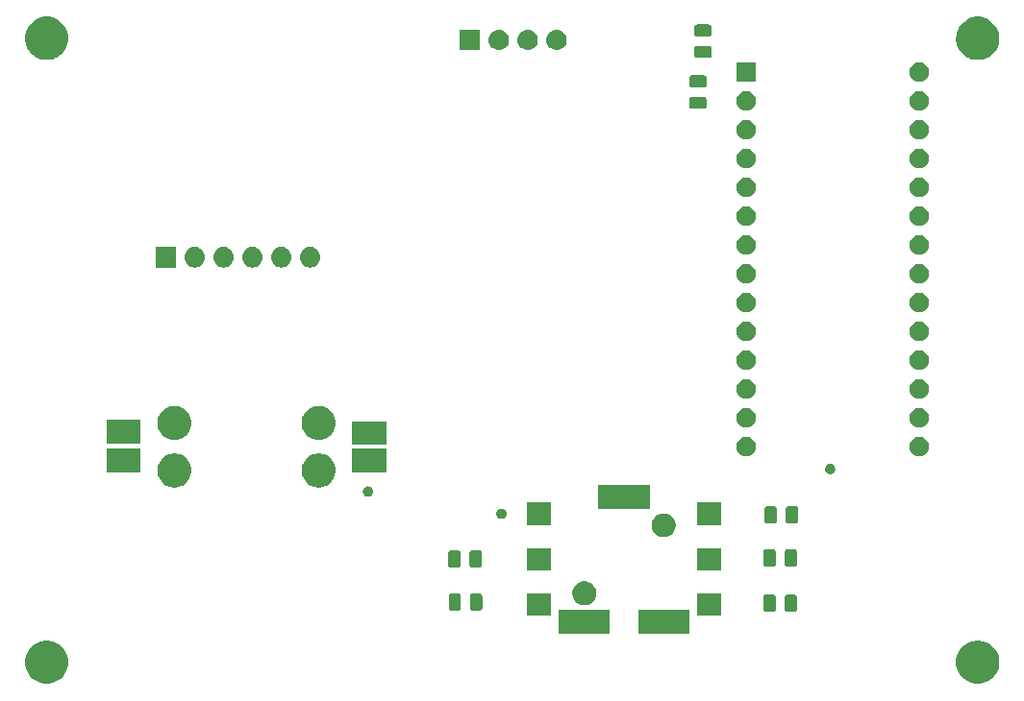
<source format=gbr>
G04 #@! TF.GenerationSoftware,KiCad,Pcbnew,(5.1.4-0)*
G04 #@! TF.CreationDate,2020-03-10T11:39:59-04:00*
G04 #@! TF.ProjectId,joystick,6a6f7973-7469-4636-9b2e-6b696361645f,rev?*
G04 #@! TF.SameCoordinates,Original*
G04 #@! TF.FileFunction,Soldermask,Top*
G04 #@! TF.FilePolarity,Negative*
%FSLAX46Y46*%
G04 Gerber Fmt 4.6, Leading zero omitted, Abs format (unit mm)*
G04 Created by KiCad (PCBNEW (5.1.4-0)) date 2020-03-10 11:39:59*
%MOMM*%
%LPD*%
G04 APERTURE LIST*
%ADD10C,0.100000*%
G04 APERTURE END LIST*
D10*
G36*
X166370866Y-120135527D02*
G01*
X166554501Y-120172054D01*
X166900461Y-120315356D01*
X167211817Y-120523397D01*
X167476603Y-120788183D01*
X167684644Y-121099539D01*
X167827946Y-121445499D01*
X167901000Y-121812768D01*
X167901000Y-122187232D01*
X167827946Y-122554501D01*
X167684644Y-122900461D01*
X167476603Y-123211817D01*
X167211817Y-123476603D01*
X166900461Y-123684644D01*
X166554501Y-123827946D01*
X166187233Y-123901000D01*
X165812767Y-123901000D01*
X165445499Y-123827946D01*
X165099539Y-123684644D01*
X164788183Y-123476603D01*
X164523397Y-123211817D01*
X164315356Y-122900461D01*
X164172054Y-122554501D01*
X164099000Y-122187232D01*
X164099000Y-121812768D01*
X164172054Y-121445499D01*
X164315356Y-121099539D01*
X164523397Y-120788183D01*
X164788183Y-120523397D01*
X165099539Y-120315356D01*
X165445499Y-120172054D01*
X165629134Y-120135527D01*
X165812767Y-120099000D01*
X166187233Y-120099000D01*
X166370866Y-120135527D01*
X166370866Y-120135527D01*
G37*
G36*
X84370866Y-120135527D02*
G01*
X84554501Y-120172054D01*
X84900461Y-120315356D01*
X85211817Y-120523397D01*
X85476603Y-120788183D01*
X85684644Y-121099539D01*
X85827946Y-121445499D01*
X85901000Y-121812768D01*
X85901000Y-122187232D01*
X85827946Y-122554501D01*
X85684644Y-122900461D01*
X85476603Y-123211817D01*
X85211817Y-123476603D01*
X84900461Y-123684644D01*
X84554501Y-123827946D01*
X84187233Y-123901000D01*
X83812767Y-123901000D01*
X83445499Y-123827946D01*
X83099539Y-123684644D01*
X82788183Y-123476603D01*
X82523397Y-123211817D01*
X82315356Y-122900461D01*
X82172054Y-122554501D01*
X82099000Y-122187232D01*
X82099000Y-121812768D01*
X82172054Y-121445499D01*
X82315356Y-121099539D01*
X82523397Y-120788183D01*
X82788183Y-120523397D01*
X83099539Y-120315356D01*
X83445499Y-120172054D01*
X83629134Y-120135527D01*
X83812767Y-120099000D01*
X84187233Y-120099000D01*
X84370866Y-120135527D01*
X84370866Y-120135527D01*
G37*
G36*
X140601000Y-119511000D02*
G01*
X136099000Y-119511000D01*
X136099000Y-117409000D01*
X140601000Y-117409000D01*
X140601000Y-119511000D01*
X140601000Y-119511000D01*
G37*
G36*
X133601000Y-119511000D02*
G01*
X129099000Y-119511000D01*
X129099000Y-117409000D01*
X133601000Y-117409000D01*
X133601000Y-119511000D01*
X133601000Y-119511000D01*
G37*
G36*
X143401000Y-117931000D02*
G01*
X141299000Y-117931000D01*
X141299000Y-115929000D01*
X143401000Y-115929000D01*
X143401000Y-117931000D01*
X143401000Y-117931000D01*
G37*
G36*
X128401000Y-117931000D02*
G01*
X126299000Y-117931000D01*
X126299000Y-115929000D01*
X128401000Y-115929000D01*
X128401000Y-117931000D01*
X128401000Y-117931000D01*
G37*
G36*
X148034468Y-116053565D02*
G01*
X148073138Y-116065296D01*
X148108777Y-116084346D01*
X148140017Y-116109983D01*
X148165654Y-116141223D01*
X148184704Y-116176862D01*
X148196435Y-116215532D01*
X148201000Y-116261888D01*
X148201000Y-117338112D01*
X148196435Y-117384468D01*
X148184704Y-117423138D01*
X148165654Y-117458777D01*
X148140017Y-117490017D01*
X148108777Y-117515654D01*
X148073138Y-117534704D01*
X148034468Y-117546435D01*
X147988112Y-117551000D01*
X147336888Y-117551000D01*
X147290532Y-117546435D01*
X147251862Y-117534704D01*
X147216223Y-117515654D01*
X147184983Y-117490017D01*
X147159346Y-117458777D01*
X147140296Y-117423138D01*
X147128565Y-117384468D01*
X147124000Y-117338112D01*
X147124000Y-116261888D01*
X147128565Y-116215532D01*
X147140296Y-116176862D01*
X147159346Y-116141223D01*
X147184983Y-116109983D01*
X147216223Y-116084346D01*
X147251862Y-116065296D01*
X147290532Y-116053565D01*
X147336888Y-116049000D01*
X147988112Y-116049000D01*
X148034468Y-116053565D01*
X148034468Y-116053565D01*
G37*
G36*
X149909468Y-116053565D02*
G01*
X149948138Y-116065296D01*
X149983777Y-116084346D01*
X150015017Y-116109983D01*
X150040654Y-116141223D01*
X150059704Y-116176862D01*
X150071435Y-116215532D01*
X150076000Y-116261888D01*
X150076000Y-117338112D01*
X150071435Y-117384468D01*
X150059704Y-117423138D01*
X150040654Y-117458777D01*
X150015017Y-117490017D01*
X149983777Y-117515654D01*
X149948138Y-117534704D01*
X149909468Y-117546435D01*
X149863112Y-117551000D01*
X149211888Y-117551000D01*
X149165532Y-117546435D01*
X149126862Y-117534704D01*
X149091223Y-117515654D01*
X149059983Y-117490017D01*
X149034346Y-117458777D01*
X149015296Y-117423138D01*
X149003565Y-117384468D01*
X148999000Y-117338112D01*
X148999000Y-116261888D01*
X149003565Y-116215532D01*
X149015296Y-116176862D01*
X149034346Y-116141223D01*
X149059983Y-116109983D01*
X149091223Y-116084346D01*
X149126862Y-116065296D01*
X149165532Y-116053565D01*
X149211888Y-116049000D01*
X149863112Y-116049000D01*
X149909468Y-116053565D01*
X149909468Y-116053565D01*
G37*
G36*
X120321968Y-115953565D02*
G01*
X120360638Y-115965296D01*
X120396277Y-115984346D01*
X120427517Y-116009983D01*
X120453154Y-116041223D01*
X120472204Y-116076862D01*
X120483935Y-116115532D01*
X120488500Y-116161888D01*
X120488500Y-117238112D01*
X120483935Y-117284468D01*
X120472204Y-117323138D01*
X120453154Y-117358777D01*
X120427517Y-117390017D01*
X120396277Y-117415654D01*
X120360638Y-117434704D01*
X120321968Y-117446435D01*
X120275612Y-117451000D01*
X119624388Y-117451000D01*
X119578032Y-117446435D01*
X119539362Y-117434704D01*
X119503723Y-117415654D01*
X119472483Y-117390017D01*
X119446846Y-117358777D01*
X119427796Y-117323138D01*
X119416065Y-117284468D01*
X119411500Y-117238112D01*
X119411500Y-116161888D01*
X119416065Y-116115532D01*
X119427796Y-116076862D01*
X119446846Y-116041223D01*
X119472483Y-116009983D01*
X119503723Y-115984346D01*
X119539362Y-115965296D01*
X119578032Y-115953565D01*
X119624388Y-115949000D01*
X120275612Y-115949000D01*
X120321968Y-115953565D01*
X120321968Y-115953565D01*
G37*
G36*
X122196968Y-115953565D02*
G01*
X122235638Y-115965296D01*
X122271277Y-115984346D01*
X122302517Y-116009983D01*
X122328154Y-116041223D01*
X122347204Y-116076862D01*
X122358935Y-116115532D01*
X122363500Y-116161888D01*
X122363500Y-117238112D01*
X122358935Y-117284468D01*
X122347204Y-117323138D01*
X122328154Y-117358777D01*
X122302517Y-117390017D01*
X122271277Y-117415654D01*
X122235638Y-117434704D01*
X122196968Y-117446435D01*
X122150612Y-117451000D01*
X121499388Y-117451000D01*
X121453032Y-117446435D01*
X121414362Y-117434704D01*
X121378723Y-117415654D01*
X121347483Y-117390017D01*
X121321846Y-117358777D01*
X121302796Y-117323138D01*
X121291065Y-117284468D01*
X121286500Y-117238112D01*
X121286500Y-116161888D01*
X121291065Y-116115532D01*
X121302796Y-116076862D01*
X121321846Y-116041223D01*
X121347483Y-116009983D01*
X121378723Y-115984346D01*
X121414362Y-115965296D01*
X121453032Y-115953565D01*
X121499388Y-115949000D01*
X122150612Y-115949000D01*
X122196968Y-115953565D01*
X122196968Y-115953565D01*
G37*
G36*
X131656564Y-114919389D02*
G01*
X131847833Y-114998615D01*
X131847835Y-114998616D01*
X132019973Y-115113635D01*
X132166365Y-115260027D01*
X132281385Y-115432167D01*
X132360611Y-115623436D01*
X132401000Y-115826484D01*
X132401000Y-116033516D01*
X132360611Y-116236564D01*
X132281385Y-116427833D01*
X132281384Y-116427835D01*
X132166365Y-116599973D01*
X132019973Y-116746365D01*
X131847835Y-116861384D01*
X131847834Y-116861385D01*
X131847833Y-116861385D01*
X131656564Y-116940611D01*
X131453516Y-116981000D01*
X131246484Y-116981000D01*
X131043436Y-116940611D01*
X130852167Y-116861385D01*
X130852166Y-116861385D01*
X130852165Y-116861384D01*
X130680027Y-116746365D01*
X130533635Y-116599973D01*
X130418616Y-116427835D01*
X130418615Y-116427833D01*
X130339389Y-116236564D01*
X130299000Y-116033516D01*
X130299000Y-115826484D01*
X130339389Y-115623436D01*
X130418615Y-115432167D01*
X130533635Y-115260027D01*
X130680027Y-115113635D01*
X130852165Y-114998616D01*
X130852167Y-114998615D01*
X131043436Y-114919389D01*
X131246484Y-114879000D01*
X131453516Y-114879000D01*
X131656564Y-114919389D01*
X131656564Y-114919389D01*
G37*
G36*
X128401000Y-113931000D02*
G01*
X126299000Y-113931000D01*
X126299000Y-111929000D01*
X128401000Y-111929000D01*
X128401000Y-113931000D01*
X128401000Y-113931000D01*
G37*
G36*
X143401000Y-113931000D02*
G01*
X141299000Y-113931000D01*
X141299000Y-111929000D01*
X143401000Y-111929000D01*
X143401000Y-113931000D01*
X143401000Y-113931000D01*
G37*
G36*
X122159468Y-112153565D02*
G01*
X122198138Y-112165296D01*
X122233777Y-112184346D01*
X122265017Y-112209983D01*
X122290654Y-112241223D01*
X122309704Y-112276862D01*
X122321435Y-112315532D01*
X122326000Y-112361888D01*
X122326000Y-113438112D01*
X122321435Y-113484468D01*
X122309704Y-113523138D01*
X122290654Y-113558777D01*
X122265017Y-113590017D01*
X122233777Y-113615654D01*
X122198138Y-113634704D01*
X122159468Y-113646435D01*
X122113112Y-113651000D01*
X121461888Y-113651000D01*
X121415532Y-113646435D01*
X121376862Y-113634704D01*
X121341223Y-113615654D01*
X121309983Y-113590017D01*
X121284346Y-113558777D01*
X121265296Y-113523138D01*
X121253565Y-113484468D01*
X121249000Y-113438112D01*
X121249000Y-112361888D01*
X121253565Y-112315532D01*
X121265296Y-112276862D01*
X121284346Y-112241223D01*
X121309983Y-112209983D01*
X121341223Y-112184346D01*
X121376862Y-112165296D01*
X121415532Y-112153565D01*
X121461888Y-112149000D01*
X122113112Y-112149000D01*
X122159468Y-112153565D01*
X122159468Y-112153565D01*
G37*
G36*
X120284468Y-112153565D02*
G01*
X120323138Y-112165296D01*
X120358777Y-112184346D01*
X120390017Y-112209983D01*
X120415654Y-112241223D01*
X120434704Y-112276862D01*
X120446435Y-112315532D01*
X120451000Y-112361888D01*
X120451000Y-113438112D01*
X120446435Y-113484468D01*
X120434704Y-113523138D01*
X120415654Y-113558777D01*
X120390017Y-113590017D01*
X120358777Y-113615654D01*
X120323138Y-113634704D01*
X120284468Y-113646435D01*
X120238112Y-113651000D01*
X119586888Y-113651000D01*
X119540532Y-113646435D01*
X119501862Y-113634704D01*
X119466223Y-113615654D01*
X119434983Y-113590017D01*
X119409346Y-113558777D01*
X119390296Y-113523138D01*
X119378565Y-113484468D01*
X119374000Y-113438112D01*
X119374000Y-112361888D01*
X119378565Y-112315532D01*
X119390296Y-112276862D01*
X119409346Y-112241223D01*
X119434983Y-112209983D01*
X119466223Y-112184346D01*
X119501862Y-112165296D01*
X119540532Y-112153565D01*
X119586888Y-112149000D01*
X120238112Y-112149000D01*
X120284468Y-112153565D01*
X120284468Y-112153565D01*
G37*
G36*
X149909468Y-112053565D02*
G01*
X149948138Y-112065296D01*
X149983777Y-112084346D01*
X150015017Y-112109983D01*
X150040654Y-112141223D01*
X150059704Y-112176862D01*
X150071435Y-112215532D01*
X150076000Y-112261888D01*
X150076000Y-113338112D01*
X150071435Y-113384468D01*
X150059704Y-113423138D01*
X150040654Y-113458777D01*
X150015017Y-113490017D01*
X149983777Y-113515654D01*
X149948138Y-113534704D01*
X149909468Y-113546435D01*
X149863112Y-113551000D01*
X149211888Y-113551000D01*
X149165532Y-113546435D01*
X149126862Y-113534704D01*
X149091223Y-113515654D01*
X149059983Y-113490017D01*
X149034346Y-113458777D01*
X149015296Y-113423138D01*
X149003565Y-113384468D01*
X148999000Y-113338112D01*
X148999000Y-112261888D01*
X149003565Y-112215532D01*
X149015296Y-112176862D01*
X149034346Y-112141223D01*
X149059983Y-112109983D01*
X149091223Y-112084346D01*
X149126862Y-112065296D01*
X149165532Y-112053565D01*
X149211888Y-112049000D01*
X149863112Y-112049000D01*
X149909468Y-112053565D01*
X149909468Y-112053565D01*
G37*
G36*
X148034468Y-112053565D02*
G01*
X148073138Y-112065296D01*
X148108777Y-112084346D01*
X148140017Y-112109983D01*
X148165654Y-112141223D01*
X148184704Y-112176862D01*
X148196435Y-112215532D01*
X148201000Y-112261888D01*
X148201000Y-113338112D01*
X148196435Y-113384468D01*
X148184704Y-113423138D01*
X148165654Y-113458777D01*
X148140017Y-113490017D01*
X148108777Y-113515654D01*
X148073138Y-113534704D01*
X148034468Y-113546435D01*
X147988112Y-113551000D01*
X147336888Y-113551000D01*
X147290532Y-113546435D01*
X147251862Y-113534704D01*
X147216223Y-113515654D01*
X147184983Y-113490017D01*
X147159346Y-113458777D01*
X147140296Y-113423138D01*
X147128565Y-113384468D01*
X147124000Y-113338112D01*
X147124000Y-112261888D01*
X147128565Y-112215532D01*
X147140296Y-112176862D01*
X147159346Y-112141223D01*
X147184983Y-112109983D01*
X147216223Y-112084346D01*
X147251862Y-112065296D01*
X147290532Y-112053565D01*
X147336888Y-112049000D01*
X147988112Y-112049000D01*
X148034468Y-112053565D01*
X148034468Y-112053565D01*
G37*
G36*
X138656564Y-108919389D02*
G01*
X138847833Y-108998615D01*
X138847835Y-108998616D01*
X138897127Y-109031552D01*
X139019973Y-109113635D01*
X139166365Y-109260027D01*
X139281385Y-109432167D01*
X139360611Y-109623436D01*
X139401000Y-109826484D01*
X139401000Y-110033516D01*
X139360611Y-110236564D01*
X139281385Y-110427833D01*
X139281384Y-110427835D01*
X139166365Y-110599973D01*
X139019973Y-110746365D01*
X138847835Y-110861384D01*
X138847834Y-110861385D01*
X138847833Y-110861385D01*
X138656564Y-110940611D01*
X138453516Y-110981000D01*
X138246484Y-110981000D01*
X138043436Y-110940611D01*
X137852167Y-110861385D01*
X137852166Y-110861385D01*
X137852165Y-110861384D01*
X137680027Y-110746365D01*
X137533635Y-110599973D01*
X137418616Y-110427835D01*
X137418615Y-110427833D01*
X137339389Y-110236564D01*
X137299000Y-110033516D01*
X137299000Y-109826484D01*
X137339389Y-109623436D01*
X137418615Y-109432167D01*
X137533635Y-109260027D01*
X137680027Y-109113635D01*
X137802873Y-109031552D01*
X137852165Y-108998616D01*
X137852167Y-108998615D01*
X138043436Y-108919389D01*
X138246484Y-108879000D01*
X138453516Y-108879000D01*
X138656564Y-108919389D01*
X138656564Y-108919389D01*
G37*
G36*
X143401000Y-109931000D02*
G01*
X141299000Y-109931000D01*
X141299000Y-107929000D01*
X143401000Y-107929000D01*
X143401000Y-109931000D01*
X143401000Y-109931000D01*
G37*
G36*
X128401000Y-109931000D02*
G01*
X126299000Y-109931000D01*
X126299000Y-107929000D01*
X128401000Y-107929000D01*
X128401000Y-109931000D01*
X128401000Y-109931000D01*
G37*
G36*
X150009468Y-108253565D02*
G01*
X150048138Y-108265296D01*
X150083777Y-108284346D01*
X150115017Y-108309983D01*
X150140654Y-108341223D01*
X150159704Y-108376862D01*
X150171435Y-108415532D01*
X150176000Y-108461888D01*
X150176000Y-109538112D01*
X150171435Y-109584468D01*
X150159704Y-109623138D01*
X150140654Y-109658777D01*
X150115017Y-109690017D01*
X150083777Y-109715654D01*
X150048138Y-109734704D01*
X150009468Y-109746435D01*
X149963112Y-109751000D01*
X149311888Y-109751000D01*
X149265532Y-109746435D01*
X149226862Y-109734704D01*
X149191223Y-109715654D01*
X149159983Y-109690017D01*
X149134346Y-109658777D01*
X149115296Y-109623138D01*
X149103565Y-109584468D01*
X149099000Y-109538112D01*
X149099000Y-108461888D01*
X149103565Y-108415532D01*
X149115296Y-108376862D01*
X149134346Y-108341223D01*
X149159983Y-108309983D01*
X149191223Y-108284346D01*
X149226862Y-108265296D01*
X149265532Y-108253565D01*
X149311888Y-108249000D01*
X149963112Y-108249000D01*
X150009468Y-108253565D01*
X150009468Y-108253565D01*
G37*
G36*
X148134468Y-108253565D02*
G01*
X148173138Y-108265296D01*
X148208777Y-108284346D01*
X148240017Y-108309983D01*
X148265654Y-108341223D01*
X148284704Y-108376862D01*
X148296435Y-108415532D01*
X148301000Y-108461888D01*
X148301000Y-109538112D01*
X148296435Y-109584468D01*
X148284704Y-109623138D01*
X148265654Y-109658777D01*
X148240017Y-109690017D01*
X148208777Y-109715654D01*
X148173138Y-109734704D01*
X148134468Y-109746435D01*
X148088112Y-109751000D01*
X147436888Y-109751000D01*
X147390532Y-109746435D01*
X147351862Y-109734704D01*
X147316223Y-109715654D01*
X147284983Y-109690017D01*
X147259346Y-109658777D01*
X147240296Y-109623138D01*
X147228565Y-109584468D01*
X147224000Y-109538112D01*
X147224000Y-108461888D01*
X147228565Y-108415532D01*
X147240296Y-108376862D01*
X147259346Y-108341223D01*
X147284983Y-108309983D01*
X147316223Y-108284346D01*
X147351862Y-108265296D01*
X147390532Y-108253565D01*
X147436888Y-108249000D01*
X148088112Y-108249000D01*
X148134468Y-108253565D01*
X148134468Y-108253565D01*
G37*
G36*
X124181552Y-108466331D02*
G01*
X124263627Y-108500328D01*
X124263629Y-108500329D01*
X124290449Y-108518250D01*
X124337495Y-108549685D01*
X124400315Y-108612505D01*
X124449672Y-108686373D01*
X124483669Y-108768448D01*
X124501000Y-108855579D01*
X124501000Y-108944421D01*
X124483669Y-109031552D01*
X124449672Y-109113627D01*
X124449671Y-109113629D01*
X124400314Y-109187496D01*
X124337496Y-109250314D01*
X124263629Y-109299671D01*
X124263628Y-109299672D01*
X124263627Y-109299672D01*
X124181552Y-109333669D01*
X124094421Y-109351000D01*
X124005579Y-109351000D01*
X123918448Y-109333669D01*
X123836373Y-109299672D01*
X123836372Y-109299672D01*
X123836371Y-109299671D01*
X123762504Y-109250314D01*
X123699686Y-109187496D01*
X123650329Y-109113629D01*
X123650328Y-109113627D01*
X123616331Y-109031552D01*
X123599000Y-108944421D01*
X123599000Y-108855579D01*
X123616331Y-108768448D01*
X123650328Y-108686373D01*
X123699685Y-108612505D01*
X123762505Y-108549685D01*
X123809551Y-108518250D01*
X123836371Y-108500329D01*
X123836373Y-108500328D01*
X123918448Y-108466331D01*
X124005579Y-108449000D01*
X124094421Y-108449000D01*
X124181552Y-108466331D01*
X124181552Y-108466331D01*
G37*
G36*
X137101000Y-108451000D02*
G01*
X132599000Y-108451000D01*
X132599000Y-106349000D01*
X137101000Y-106349000D01*
X137101000Y-108451000D01*
X137101000Y-108451000D01*
G37*
G36*
X112431552Y-106516331D02*
G01*
X112513627Y-106550328D01*
X112513629Y-106550329D01*
X112550813Y-106575175D01*
X112587495Y-106599685D01*
X112650315Y-106662505D01*
X112699672Y-106736373D01*
X112733669Y-106818448D01*
X112751000Y-106905579D01*
X112751000Y-106994421D01*
X112733669Y-107081552D01*
X112699672Y-107163627D01*
X112699671Y-107163629D01*
X112650314Y-107237496D01*
X112587496Y-107300314D01*
X112513629Y-107349671D01*
X112513628Y-107349672D01*
X112513627Y-107349672D01*
X112431552Y-107383669D01*
X112344421Y-107401000D01*
X112255579Y-107401000D01*
X112168448Y-107383669D01*
X112086373Y-107349672D01*
X112086372Y-107349672D01*
X112086371Y-107349671D01*
X112012504Y-107300314D01*
X111949686Y-107237496D01*
X111900329Y-107163629D01*
X111900328Y-107163627D01*
X111866331Y-107081552D01*
X111849000Y-106994421D01*
X111849000Y-106905579D01*
X111866331Y-106818448D01*
X111900328Y-106736373D01*
X111949685Y-106662505D01*
X112012505Y-106599685D01*
X112049187Y-106575175D01*
X112086371Y-106550329D01*
X112086373Y-106550328D01*
X112168448Y-106516331D01*
X112255579Y-106499000D01*
X112344421Y-106499000D01*
X112431552Y-106516331D01*
X112431552Y-106516331D01*
G37*
G36*
X108242831Y-103627841D02*
G01*
X108387826Y-103656682D01*
X108500974Y-103703550D01*
X108660989Y-103769830D01*
X108660990Y-103769831D01*
X108906832Y-103934097D01*
X109115903Y-104143168D01*
X109115904Y-104143170D01*
X109280170Y-104389011D01*
X109332908Y-104516332D01*
X109393318Y-104662174D01*
X109408077Y-104736373D01*
X109451000Y-104952163D01*
X109451000Y-105247837D01*
X109393318Y-105537825D01*
X109280170Y-105810989D01*
X109280169Y-105810990D01*
X109115903Y-106056832D01*
X108906832Y-106265903D01*
X108783076Y-106348594D01*
X108660989Y-106430170D01*
X108500974Y-106496450D01*
X108387826Y-106543318D01*
X108242831Y-106572159D01*
X108097837Y-106601000D01*
X107802163Y-106601000D01*
X107657169Y-106572159D01*
X107512174Y-106543318D01*
X107399026Y-106496450D01*
X107239011Y-106430170D01*
X107116924Y-106348594D01*
X106993168Y-106265903D01*
X106784097Y-106056832D01*
X106619831Y-105810990D01*
X106619830Y-105810989D01*
X106506682Y-105537825D01*
X106449000Y-105247837D01*
X106449000Y-104952163D01*
X106491923Y-104736373D01*
X106506682Y-104662174D01*
X106567092Y-104516332D01*
X106619830Y-104389011D01*
X106784096Y-104143170D01*
X106784097Y-104143168D01*
X106993168Y-103934097D01*
X107239010Y-103769831D01*
X107239011Y-103769830D01*
X107399026Y-103703550D01*
X107512174Y-103656682D01*
X107657169Y-103627841D01*
X107802163Y-103599000D01*
X108097837Y-103599000D01*
X108242831Y-103627841D01*
X108242831Y-103627841D01*
G37*
G36*
X95542831Y-103627841D02*
G01*
X95687826Y-103656682D01*
X95800974Y-103703550D01*
X95960989Y-103769830D01*
X95960990Y-103769831D01*
X96206832Y-103934097D01*
X96415903Y-104143168D01*
X96415904Y-104143170D01*
X96580170Y-104389011D01*
X96632908Y-104516332D01*
X96693318Y-104662174D01*
X96708077Y-104736373D01*
X96751000Y-104952163D01*
X96751000Y-105247837D01*
X96693318Y-105537825D01*
X96580170Y-105810989D01*
X96580169Y-105810990D01*
X96415903Y-106056832D01*
X96206832Y-106265903D01*
X96083076Y-106348594D01*
X95960989Y-106430170D01*
X95800974Y-106496450D01*
X95687826Y-106543318D01*
X95542831Y-106572159D01*
X95397837Y-106601000D01*
X95102163Y-106601000D01*
X94957169Y-106572159D01*
X94812174Y-106543318D01*
X94699026Y-106496450D01*
X94539011Y-106430170D01*
X94416924Y-106348594D01*
X94293168Y-106265903D01*
X94084097Y-106056832D01*
X93919831Y-105810990D01*
X93919830Y-105810989D01*
X93806682Y-105537825D01*
X93749000Y-105247837D01*
X93749000Y-104952163D01*
X93791923Y-104736373D01*
X93806682Y-104662174D01*
X93867092Y-104516332D01*
X93919830Y-104389011D01*
X94084096Y-104143170D01*
X94084097Y-104143168D01*
X94293168Y-103934097D01*
X94539010Y-103769831D01*
X94539011Y-103769830D01*
X94699026Y-103703550D01*
X94812174Y-103656682D01*
X94957169Y-103627841D01*
X95102163Y-103599000D01*
X95397837Y-103599000D01*
X95542831Y-103627841D01*
X95542831Y-103627841D01*
G37*
G36*
X153131552Y-104516331D02*
G01*
X153213627Y-104550328D01*
X153213629Y-104550329D01*
X153250813Y-104575175D01*
X153287495Y-104599685D01*
X153350315Y-104662505D01*
X153399672Y-104736373D01*
X153433669Y-104818448D01*
X153451000Y-104905579D01*
X153451000Y-104994421D01*
X153433669Y-105081552D01*
X153399672Y-105163627D01*
X153399671Y-105163629D01*
X153350314Y-105237496D01*
X153287496Y-105300314D01*
X153213629Y-105349671D01*
X153213628Y-105349672D01*
X153213627Y-105349672D01*
X153131552Y-105383669D01*
X153044421Y-105401000D01*
X152955579Y-105401000D01*
X152868448Y-105383669D01*
X152786373Y-105349672D01*
X152786372Y-105349672D01*
X152786371Y-105349671D01*
X152712504Y-105300314D01*
X152649686Y-105237496D01*
X152600329Y-105163629D01*
X152600328Y-105163627D01*
X152566331Y-105081552D01*
X152549000Y-104994421D01*
X152549000Y-104905579D01*
X152566331Y-104818448D01*
X152600328Y-104736373D01*
X152649685Y-104662505D01*
X152712505Y-104599685D01*
X152749187Y-104575175D01*
X152786371Y-104550329D01*
X152786373Y-104550328D01*
X152868448Y-104516331D01*
X152955579Y-104499000D01*
X153044421Y-104499000D01*
X153131552Y-104516331D01*
X153131552Y-104516331D01*
G37*
G36*
X113901000Y-105251000D02*
G01*
X110899000Y-105251000D01*
X110899000Y-103149000D01*
X113901000Y-103149000D01*
X113901000Y-105251000D01*
X113901000Y-105251000D01*
G37*
G36*
X92301000Y-105251000D02*
G01*
X89299000Y-105251000D01*
X89299000Y-103149000D01*
X92301000Y-103149000D01*
X92301000Y-105251000D01*
X92301000Y-105251000D01*
G37*
G36*
X161088228Y-102171703D02*
G01*
X161243100Y-102235853D01*
X161382481Y-102328985D01*
X161501015Y-102447519D01*
X161594147Y-102586900D01*
X161658297Y-102741772D01*
X161691000Y-102906184D01*
X161691000Y-103073816D01*
X161658297Y-103238228D01*
X161594147Y-103393100D01*
X161501015Y-103532481D01*
X161382481Y-103651015D01*
X161243100Y-103744147D01*
X161088228Y-103808297D01*
X160923816Y-103841000D01*
X160756184Y-103841000D01*
X160591772Y-103808297D01*
X160436900Y-103744147D01*
X160297519Y-103651015D01*
X160178985Y-103532481D01*
X160085853Y-103393100D01*
X160021703Y-103238228D01*
X159989000Y-103073816D01*
X159989000Y-102906184D01*
X160021703Y-102741772D01*
X160085853Y-102586900D01*
X160178985Y-102447519D01*
X160297519Y-102328985D01*
X160436900Y-102235853D01*
X160591772Y-102171703D01*
X160756184Y-102139000D01*
X160923816Y-102139000D01*
X161088228Y-102171703D01*
X161088228Y-102171703D01*
G37*
G36*
X145848228Y-102171703D02*
G01*
X146003100Y-102235853D01*
X146142481Y-102328985D01*
X146261015Y-102447519D01*
X146354147Y-102586900D01*
X146418297Y-102741772D01*
X146451000Y-102906184D01*
X146451000Y-103073816D01*
X146418297Y-103238228D01*
X146354147Y-103393100D01*
X146261015Y-103532481D01*
X146142481Y-103651015D01*
X146003100Y-103744147D01*
X145848228Y-103808297D01*
X145683816Y-103841000D01*
X145516184Y-103841000D01*
X145351772Y-103808297D01*
X145196900Y-103744147D01*
X145057519Y-103651015D01*
X144938985Y-103532481D01*
X144845853Y-103393100D01*
X144781703Y-103238228D01*
X144749000Y-103073816D01*
X144749000Y-102906184D01*
X144781703Y-102741772D01*
X144845853Y-102586900D01*
X144938985Y-102447519D01*
X145057519Y-102328985D01*
X145196900Y-102235853D01*
X145351772Y-102171703D01*
X145516184Y-102139000D01*
X145683816Y-102139000D01*
X145848228Y-102171703D01*
X145848228Y-102171703D01*
G37*
G36*
X113901000Y-102851000D02*
G01*
X110899000Y-102851000D01*
X110899000Y-100749000D01*
X113901000Y-100749000D01*
X113901000Y-102851000D01*
X113901000Y-102851000D01*
G37*
G36*
X92301000Y-102751000D02*
G01*
X89299000Y-102751000D01*
X89299000Y-100649000D01*
X92301000Y-100649000D01*
X92301000Y-102751000D01*
X92301000Y-102751000D01*
G37*
G36*
X108242831Y-99427841D02*
G01*
X108387826Y-99456682D01*
X108500974Y-99503550D01*
X108660989Y-99569830D01*
X108660990Y-99569831D01*
X108906832Y-99734097D01*
X109115903Y-99943168D01*
X109115904Y-99943170D01*
X109280170Y-100189011D01*
X109393318Y-100462175D01*
X109451000Y-100752163D01*
X109451000Y-101047837D01*
X109393318Y-101337825D01*
X109280170Y-101610989D01*
X109280169Y-101610990D01*
X109115903Y-101856832D01*
X108906832Y-102065903D01*
X108797434Y-102139000D01*
X108660989Y-102230170D01*
X108500974Y-102296450D01*
X108387826Y-102343318D01*
X108242831Y-102372159D01*
X108097837Y-102401000D01*
X107802163Y-102401000D01*
X107657169Y-102372159D01*
X107512174Y-102343318D01*
X107399026Y-102296450D01*
X107239011Y-102230170D01*
X107102566Y-102139000D01*
X106993168Y-102065903D01*
X106784097Y-101856832D01*
X106619831Y-101610990D01*
X106619830Y-101610989D01*
X106506682Y-101337825D01*
X106449000Y-101047837D01*
X106449000Y-100752163D01*
X106506682Y-100462175D01*
X106619830Y-100189011D01*
X106784096Y-99943170D01*
X106784097Y-99943168D01*
X106993168Y-99734097D01*
X107239010Y-99569831D01*
X107239011Y-99569830D01*
X107399026Y-99503550D01*
X107512174Y-99456682D01*
X107657169Y-99427841D01*
X107802163Y-99399000D01*
X108097837Y-99399000D01*
X108242831Y-99427841D01*
X108242831Y-99427841D01*
G37*
G36*
X95542831Y-99427841D02*
G01*
X95687826Y-99456682D01*
X95800974Y-99503550D01*
X95960989Y-99569830D01*
X95960990Y-99569831D01*
X96206832Y-99734097D01*
X96415903Y-99943168D01*
X96415904Y-99943170D01*
X96580170Y-100189011D01*
X96693318Y-100462175D01*
X96751000Y-100752163D01*
X96751000Y-101047837D01*
X96693318Y-101337825D01*
X96580170Y-101610989D01*
X96580169Y-101610990D01*
X96415903Y-101856832D01*
X96206832Y-102065903D01*
X96097434Y-102139000D01*
X95960989Y-102230170D01*
X95800974Y-102296450D01*
X95687826Y-102343318D01*
X95542831Y-102372159D01*
X95397837Y-102401000D01*
X95102163Y-102401000D01*
X94957169Y-102372159D01*
X94812174Y-102343318D01*
X94699026Y-102296450D01*
X94539011Y-102230170D01*
X94402566Y-102139000D01*
X94293168Y-102065903D01*
X94084097Y-101856832D01*
X93919831Y-101610990D01*
X93919830Y-101610989D01*
X93806682Y-101337825D01*
X93749000Y-101047837D01*
X93749000Y-100752163D01*
X93806682Y-100462175D01*
X93919830Y-100189011D01*
X94084096Y-99943170D01*
X94084097Y-99943168D01*
X94293168Y-99734097D01*
X94539010Y-99569831D01*
X94539011Y-99569830D01*
X94699026Y-99503550D01*
X94812174Y-99456682D01*
X94957169Y-99427841D01*
X95102163Y-99399000D01*
X95397837Y-99399000D01*
X95542831Y-99427841D01*
X95542831Y-99427841D01*
G37*
G36*
X145848228Y-99631703D02*
G01*
X146003100Y-99695853D01*
X146142481Y-99788985D01*
X146261015Y-99907519D01*
X146354147Y-100046900D01*
X146418297Y-100201772D01*
X146451000Y-100366184D01*
X146451000Y-100533816D01*
X146418297Y-100698228D01*
X146354147Y-100853100D01*
X146261015Y-100992481D01*
X146142481Y-101111015D01*
X146003100Y-101204147D01*
X145848228Y-101268297D01*
X145683816Y-101301000D01*
X145516184Y-101301000D01*
X145351772Y-101268297D01*
X145196900Y-101204147D01*
X145057519Y-101111015D01*
X144938985Y-100992481D01*
X144845853Y-100853100D01*
X144781703Y-100698228D01*
X144749000Y-100533816D01*
X144749000Y-100366184D01*
X144781703Y-100201772D01*
X144845853Y-100046900D01*
X144938985Y-99907519D01*
X145057519Y-99788985D01*
X145196900Y-99695853D01*
X145351772Y-99631703D01*
X145516184Y-99599000D01*
X145683816Y-99599000D01*
X145848228Y-99631703D01*
X145848228Y-99631703D01*
G37*
G36*
X161088228Y-99631703D02*
G01*
X161243100Y-99695853D01*
X161382481Y-99788985D01*
X161501015Y-99907519D01*
X161594147Y-100046900D01*
X161658297Y-100201772D01*
X161691000Y-100366184D01*
X161691000Y-100533816D01*
X161658297Y-100698228D01*
X161594147Y-100853100D01*
X161501015Y-100992481D01*
X161382481Y-101111015D01*
X161243100Y-101204147D01*
X161088228Y-101268297D01*
X160923816Y-101301000D01*
X160756184Y-101301000D01*
X160591772Y-101268297D01*
X160436900Y-101204147D01*
X160297519Y-101111015D01*
X160178985Y-100992481D01*
X160085853Y-100853100D01*
X160021703Y-100698228D01*
X159989000Y-100533816D01*
X159989000Y-100366184D01*
X160021703Y-100201772D01*
X160085853Y-100046900D01*
X160178985Y-99907519D01*
X160297519Y-99788985D01*
X160436900Y-99695853D01*
X160591772Y-99631703D01*
X160756184Y-99599000D01*
X160923816Y-99599000D01*
X161088228Y-99631703D01*
X161088228Y-99631703D01*
G37*
G36*
X145848228Y-97091703D02*
G01*
X146003100Y-97155853D01*
X146142481Y-97248985D01*
X146261015Y-97367519D01*
X146354147Y-97506900D01*
X146418297Y-97661772D01*
X146451000Y-97826184D01*
X146451000Y-97993816D01*
X146418297Y-98158228D01*
X146354147Y-98313100D01*
X146261015Y-98452481D01*
X146142481Y-98571015D01*
X146003100Y-98664147D01*
X145848228Y-98728297D01*
X145683816Y-98761000D01*
X145516184Y-98761000D01*
X145351772Y-98728297D01*
X145196900Y-98664147D01*
X145057519Y-98571015D01*
X144938985Y-98452481D01*
X144845853Y-98313100D01*
X144781703Y-98158228D01*
X144749000Y-97993816D01*
X144749000Y-97826184D01*
X144781703Y-97661772D01*
X144845853Y-97506900D01*
X144938985Y-97367519D01*
X145057519Y-97248985D01*
X145196900Y-97155853D01*
X145351772Y-97091703D01*
X145516184Y-97059000D01*
X145683816Y-97059000D01*
X145848228Y-97091703D01*
X145848228Y-97091703D01*
G37*
G36*
X161088228Y-97091703D02*
G01*
X161243100Y-97155853D01*
X161382481Y-97248985D01*
X161501015Y-97367519D01*
X161594147Y-97506900D01*
X161658297Y-97661772D01*
X161691000Y-97826184D01*
X161691000Y-97993816D01*
X161658297Y-98158228D01*
X161594147Y-98313100D01*
X161501015Y-98452481D01*
X161382481Y-98571015D01*
X161243100Y-98664147D01*
X161088228Y-98728297D01*
X160923816Y-98761000D01*
X160756184Y-98761000D01*
X160591772Y-98728297D01*
X160436900Y-98664147D01*
X160297519Y-98571015D01*
X160178985Y-98452481D01*
X160085853Y-98313100D01*
X160021703Y-98158228D01*
X159989000Y-97993816D01*
X159989000Y-97826184D01*
X160021703Y-97661772D01*
X160085853Y-97506900D01*
X160178985Y-97367519D01*
X160297519Y-97248985D01*
X160436900Y-97155853D01*
X160591772Y-97091703D01*
X160756184Y-97059000D01*
X160923816Y-97059000D01*
X161088228Y-97091703D01*
X161088228Y-97091703D01*
G37*
G36*
X145848228Y-94551703D02*
G01*
X146003100Y-94615853D01*
X146142481Y-94708985D01*
X146261015Y-94827519D01*
X146354147Y-94966900D01*
X146418297Y-95121772D01*
X146451000Y-95286184D01*
X146451000Y-95453816D01*
X146418297Y-95618228D01*
X146354147Y-95773100D01*
X146261015Y-95912481D01*
X146142481Y-96031015D01*
X146003100Y-96124147D01*
X145848228Y-96188297D01*
X145683816Y-96221000D01*
X145516184Y-96221000D01*
X145351772Y-96188297D01*
X145196900Y-96124147D01*
X145057519Y-96031015D01*
X144938985Y-95912481D01*
X144845853Y-95773100D01*
X144781703Y-95618228D01*
X144749000Y-95453816D01*
X144749000Y-95286184D01*
X144781703Y-95121772D01*
X144845853Y-94966900D01*
X144938985Y-94827519D01*
X145057519Y-94708985D01*
X145196900Y-94615853D01*
X145351772Y-94551703D01*
X145516184Y-94519000D01*
X145683816Y-94519000D01*
X145848228Y-94551703D01*
X145848228Y-94551703D01*
G37*
G36*
X161088228Y-94551703D02*
G01*
X161243100Y-94615853D01*
X161382481Y-94708985D01*
X161501015Y-94827519D01*
X161594147Y-94966900D01*
X161658297Y-95121772D01*
X161691000Y-95286184D01*
X161691000Y-95453816D01*
X161658297Y-95618228D01*
X161594147Y-95773100D01*
X161501015Y-95912481D01*
X161382481Y-96031015D01*
X161243100Y-96124147D01*
X161088228Y-96188297D01*
X160923816Y-96221000D01*
X160756184Y-96221000D01*
X160591772Y-96188297D01*
X160436900Y-96124147D01*
X160297519Y-96031015D01*
X160178985Y-95912481D01*
X160085853Y-95773100D01*
X160021703Y-95618228D01*
X159989000Y-95453816D01*
X159989000Y-95286184D01*
X160021703Y-95121772D01*
X160085853Y-94966900D01*
X160178985Y-94827519D01*
X160297519Y-94708985D01*
X160436900Y-94615853D01*
X160591772Y-94551703D01*
X160756184Y-94519000D01*
X160923816Y-94519000D01*
X161088228Y-94551703D01*
X161088228Y-94551703D01*
G37*
G36*
X145848228Y-92011703D02*
G01*
X146003100Y-92075853D01*
X146142481Y-92168985D01*
X146261015Y-92287519D01*
X146354147Y-92426900D01*
X146418297Y-92581772D01*
X146451000Y-92746184D01*
X146451000Y-92913816D01*
X146418297Y-93078228D01*
X146354147Y-93233100D01*
X146261015Y-93372481D01*
X146142481Y-93491015D01*
X146003100Y-93584147D01*
X145848228Y-93648297D01*
X145683816Y-93681000D01*
X145516184Y-93681000D01*
X145351772Y-93648297D01*
X145196900Y-93584147D01*
X145057519Y-93491015D01*
X144938985Y-93372481D01*
X144845853Y-93233100D01*
X144781703Y-93078228D01*
X144749000Y-92913816D01*
X144749000Y-92746184D01*
X144781703Y-92581772D01*
X144845853Y-92426900D01*
X144938985Y-92287519D01*
X145057519Y-92168985D01*
X145196900Y-92075853D01*
X145351772Y-92011703D01*
X145516184Y-91979000D01*
X145683816Y-91979000D01*
X145848228Y-92011703D01*
X145848228Y-92011703D01*
G37*
G36*
X161088228Y-92011703D02*
G01*
X161243100Y-92075853D01*
X161382481Y-92168985D01*
X161501015Y-92287519D01*
X161594147Y-92426900D01*
X161658297Y-92581772D01*
X161691000Y-92746184D01*
X161691000Y-92913816D01*
X161658297Y-93078228D01*
X161594147Y-93233100D01*
X161501015Y-93372481D01*
X161382481Y-93491015D01*
X161243100Y-93584147D01*
X161088228Y-93648297D01*
X160923816Y-93681000D01*
X160756184Y-93681000D01*
X160591772Y-93648297D01*
X160436900Y-93584147D01*
X160297519Y-93491015D01*
X160178985Y-93372481D01*
X160085853Y-93233100D01*
X160021703Y-93078228D01*
X159989000Y-92913816D01*
X159989000Y-92746184D01*
X160021703Y-92581772D01*
X160085853Y-92426900D01*
X160178985Y-92287519D01*
X160297519Y-92168985D01*
X160436900Y-92075853D01*
X160591772Y-92011703D01*
X160756184Y-91979000D01*
X160923816Y-91979000D01*
X161088228Y-92011703D01*
X161088228Y-92011703D01*
G37*
G36*
X145848228Y-89471703D02*
G01*
X146003100Y-89535853D01*
X146142481Y-89628985D01*
X146261015Y-89747519D01*
X146354147Y-89886900D01*
X146418297Y-90041772D01*
X146451000Y-90206184D01*
X146451000Y-90373816D01*
X146418297Y-90538228D01*
X146354147Y-90693100D01*
X146261015Y-90832481D01*
X146142481Y-90951015D01*
X146003100Y-91044147D01*
X145848228Y-91108297D01*
X145683816Y-91141000D01*
X145516184Y-91141000D01*
X145351772Y-91108297D01*
X145196900Y-91044147D01*
X145057519Y-90951015D01*
X144938985Y-90832481D01*
X144845853Y-90693100D01*
X144781703Y-90538228D01*
X144749000Y-90373816D01*
X144749000Y-90206184D01*
X144781703Y-90041772D01*
X144845853Y-89886900D01*
X144938985Y-89747519D01*
X145057519Y-89628985D01*
X145196900Y-89535853D01*
X145351772Y-89471703D01*
X145516184Y-89439000D01*
X145683816Y-89439000D01*
X145848228Y-89471703D01*
X145848228Y-89471703D01*
G37*
G36*
X161088228Y-89471703D02*
G01*
X161243100Y-89535853D01*
X161382481Y-89628985D01*
X161501015Y-89747519D01*
X161594147Y-89886900D01*
X161658297Y-90041772D01*
X161691000Y-90206184D01*
X161691000Y-90373816D01*
X161658297Y-90538228D01*
X161594147Y-90693100D01*
X161501015Y-90832481D01*
X161382481Y-90951015D01*
X161243100Y-91044147D01*
X161088228Y-91108297D01*
X160923816Y-91141000D01*
X160756184Y-91141000D01*
X160591772Y-91108297D01*
X160436900Y-91044147D01*
X160297519Y-90951015D01*
X160178985Y-90832481D01*
X160085853Y-90693100D01*
X160021703Y-90538228D01*
X159989000Y-90373816D01*
X159989000Y-90206184D01*
X160021703Y-90041772D01*
X160085853Y-89886900D01*
X160178985Y-89747519D01*
X160297519Y-89628985D01*
X160436900Y-89535853D01*
X160591772Y-89471703D01*
X160756184Y-89439000D01*
X160923816Y-89439000D01*
X161088228Y-89471703D01*
X161088228Y-89471703D01*
G37*
G36*
X161088228Y-86931703D02*
G01*
X161243100Y-86995853D01*
X161382481Y-87088985D01*
X161501015Y-87207519D01*
X161594147Y-87346900D01*
X161658297Y-87501772D01*
X161691000Y-87666184D01*
X161691000Y-87833816D01*
X161658297Y-87998228D01*
X161594147Y-88153100D01*
X161501015Y-88292481D01*
X161382481Y-88411015D01*
X161243100Y-88504147D01*
X161088228Y-88568297D01*
X160923816Y-88601000D01*
X160756184Y-88601000D01*
X160591772Y-88568297D01*
X160436900Y-88504147D01*
X160297519Y-88411015D01*
X160178985Y-88292481D01*
X160085853Y-88153100D01*
X160021703Y-87998228D01*
X159989000Y-87833816D01*
X159989000Y-87666184D01*
X160021703Y-87501772D01*
X160085853Y-87346900D01*
X160178985Y-87207519D01*
X160297519Y-87088985D01*
X160436900Y-86995853D01*
X160591772Y-86931703D01*
X160756184Y-86899000D01*
X160923816Y-86899000D01*
X161088228Y-86931703D01*
X161088228Y-86931703D01*
G37*
G36*
X145848228Y-86931703D02*
G01*
X146003100Y-86995853D01*
X146142481Y-87088985D01*
X146261015Y-87207519D01*
X146354147Y-87346900D01*
X146418297Y-87501772D01*
X146451000Y-87666184D01*
X146451000Y-87833816D01*
X146418297Y-87998228D01*
X146354147Y-88153100D01*
X146261015Y-88292481D01*
X146142481Y-88411015D01*
X146003100Y-88504147D01*
X145848228Y-88568297D01*
X145683816Y-88601000D01*
X145516184Y-88601000D01*
X145351772Y-88568297D01*
X145196900Y-88504147D01*
X145057519Y-88411015D01*
X144938985Y-88292481D01*
X144845853Y-88153100D01*
X144781703Y-87998228D01*
X144749000Y-87833816D01*
X144749000Y-87666184D01*
X144781703Y-87501772D01*
X144845853Y-87346900D01*
X144938985Y-87207519D01*
X145057519Y-87088985D01*
X145196900Y-86995853D01*
X145351772Y-86931703D01*
X145516184Y-86899000D01*
X145683816Y-86899000D01*
X145848228Y-86931703D01*
X145848228Y-86931703D01*
G37*
G36*
X107310443Y-85405519D02*
G01*
X107376627Y-85412037D01*
X107546466Y-85463557D01*
X107702991Y-85547222D01*
X107738729Y-85576552D01*
X107840186Y-85659814D01*
X107916234Y-85752480D01*
X107952778Y-85797009D01*
X108036443Y-85953534D01*
X108087963Y-86123373D01*
X108105359Y-86300000D01*
X108087963Y-86476627D01*
X108036443Y-86646466D01*
X107952778Y-86802991D01*
X107923448Y-86838729D01*
X107840186Y-86940186D01*
X107738729Y-87023448D01*
X107702991Y-87052778D01*
X107546466Y-87136443D01*
X107376627Y-87187963D01*
X107310443Y-87194481D01*
X107244260Y-87201000D01*
X107155740Y-87201000D01*
X107089557Y-87194481D01*
X107023373Y-87187963D01*
X106853534Y-87136443D01*
X106697009Y-87052778D01*
X106661271Y-87023448D01*
X106559814Y-86940186D01*
X106476552Y-86838729D01*
X106447222Y-86802991D01*
X106363557Y-86646466D01*
X106312037Y-86476627D01*
X106294641Y-86300000D01*
X106312037Y-86123373D01*
X106363557Y-85953534D01*
X106447222Y-85797009D01*
X106483766Y-85752480D01*
X106559814Y-85659814D01*
X106661271Y-85576552D01*
X106697009Y-85547222D01*
X106853534Y-85463557D01*
X107023373Y-85412037D01*
X107089557Y-85405519D01*
X107155740Y-85399000D01*
X107244260Y-85399000D01*
X107310443Y-85405519D01*
X107310443Y-85405519D01*
G37*
G36*
X104770443Y-85405519D02*
G01*
X104836627Y-85412037D01*
X105006466Y-85463557D01*
X105162991Y-85547222D01*
X105198729Y-85576552D01*
X105300186Y-85659814D01*
X105376234Y-85752480D01*
X105412778Y-85797009D01*
X105496443Y-85953534D01*
X105547963Y-86123373D01*
X105565359Y-86300000D01*
X105547963Y-86476627D01*
X105496443Y-86646466D01*
X105412778Y-86802991D01*
X105383448Y-86838729D01*
X105300186Y-86940186D01*
X105198729Y-87023448D01*
X105162991Y-87052778D01*
X105006466Y-87136443D01*
X104836627Y-87187963D01*
X104770443Y-87194481D01*
X104704260Y-87201000D01*
X104615740Y-87201000D01*
X104549557Y-87194481D01*
X104483373Y-87187963D01*
X104313534Y-87136443D01*
X104157009Y-87052778D01*
X104121271Y-87023448D01*
X104019814Y-86940186D01*
X103936552Y-86838729D01*
X103907222Y-86802991D01*
X103823557Y-86646466D01*
X103772037Y-86476627D01*
X103754641Y-86300000D01*
X103772037Y-86123373D01*
X103823557Y-85953534D01*
X103907222Y-85797009D01*
X103943766Y-85752480D01*
X104019814Y-85659814D01*
X104121271Y-85576552D01*
X104157009Y-85547222D01*
X104313534Y-85463557D01*
X104483373Y-85412037D01*
X104549557Y-85405519D01*
X104615740Y-85399000D01*
X104704260Y-85399000D01*
X104770443Y-85405519D01*
X104770443Y-85405519D01*
G37*
G36*
X102230443Y-85405519D02*
G01*
X102296627Y-85412037D01*
X102466466Y-85463557D01*
X102622991Y-85547222D01*
X102658729Y-85576552D01*
X102760186Y-85659814D01*
X102836234Y-85752480D01*
X102872778Y-85797009D01*
X102956443Y-85953534D01*
X103007963Y-86123373D01*
X103025359Y-86300000D01*
X103007963Y-86476627D01*
X102956443Y-86646466D01*
X102872778Y-86802991D01*
X102843448Y-86838729D01*
X102760186Y-86940186D01*
X102658729Y-87023448D01*
X102622991Y-87052778D01*
X102466466Y-87136443D01*
X102296627Y-87187963D01*
X102230443Y-87194481D01*
X102164260Y-87201000D01*
X102075740Y-87201000D01*
X102009557Y-87194481D01*
X101943373Y-87187963D01*
X101773534Y-87136443D01*
X101617009Y-87052778D01*
X101581271Y-87023448D01*
X101479814Y-86940186D01*
X101396552Y-86838729D01*
X101367222Y-86802991D01*
X101283557Y-86646466D01*
X101232037Y-86476627D01*
X101214641Y-86300000D01*
X101232037Y-86123373D01*
X101283557Y-85953534D01*
X101367222Y-85797009D01*
X101403766Y-85752480D01*
X101479814Y-85659814D01*
X101581271Y-85576552D01*
X101617009Y-85547222D01*
X101773534Y-85463557D01*
X101943373Y-85412037D01*
X102009557Y-85405519D01*
X102075740Y-85399000D01*
X102164260Y-85399000D01*
X102230443Y-85405519D01*
X102230443Y-85405519D01*
G37*
G36*
X99690443Y-85405519D02*
G01*
X99756627Y-85412037D01*
X99926466Y-85463557D01*
X100082991Y-85547222D01*
X100118729Y-85576552D01*
X100220186Y-85659814D01*
X100296234Y-85752480D01*
X100332778Y-85797009D01*
X100416443Y-85953534D01*
X100467963Y-86123373D01*
X100485359Y-86300000D01*
X100467963Y-86476627D01*
X100416443Y-86646466D01*
X100332778Y-86802991D01*
X100303448Y-86838729D01*
X100220186Y-86940186D01*
X100118729Y-87023448D01*
X100082991Y-87052778D01*
X99926466Y-87136443D01*
X99756627Y-87187963D01*
X99690443Y-87194481D01*
X99624260Y-87201000D01*
X99535740Y-87201000D01*
X99469557Y-87194481D01*
X99403373Y-87187963D01*
X99233534Y-87136443D01*
X99077009Y-87052778D01*
X99041271Y-87023448D01*
X98939814Y-86940186D01*
X98856552Y-86838729D01*
X98827222Y-86802991D01*
X98743557Y-86646466D01*
X98692037Y-86476627D01*
X98674641Y-86300000D01*
X98692037Y-86123373D01*
X98743557Y-85953534D01*
X98827222Y-85797009D01*
X98863766Y-85752480D01*
X98939814Y-85659814D01*
X99041271Y-85576552D01*
X99077009Y-85547222D01*
X99233534Y-85463557D01*
X99403373Y-85412037D01*
X99469557Y-85405519D01*
X99535740Y-85399000D01*
X99624260Y-85399000D01*
X99690443Y-85405519D01*
X99690443Y-85405519D01*
G37*
G36*
X97150443Y-85405519D02*
G01*
X97216627Y-85412037D01*
X97386466Y-85463557D01*
X97542991Y-85547222D01*
X97578729Y-85576552D01*
X97680186Y-85659814D01*
X97756234Y-85752480D01*
X97792778Y-85797009D01*
X97876443Y-85953534D01*
X97927963Y-86123373D01*
X97945359Y-86300000D01*
X97927963Y-86476627D01*
X97876443Y-86646466D01*
X97792778Y-86802991D01*
X97763448Y-86838729D01*
X97680186Y-86940186D01*
X97578729Y-87023448D01*
X97542991Y-87052778D01*
X97386466Y-87136443D01*
X97216627Y-87187963D01*
X97150443Y-87194481D01*
X97084260Y-87201000D01*
X96995740Y-87201000D01*
X96929557Y-87194481D01*
X96863373Y-87187963D01*
X96693534Y-87136443D01*
X96537009Y-87052778D01*
X96501271Y-87023448D01*
X96399814Y-86940186D01*
X96316552Y-86838729D01*
X96287222Y-86802991D01*
X96203557Y-86646466D01*
X96152037Y-86476627D01*
X96134641Y-86300000D01*
X96152037Y-86123373D01*
X96203557Y-85953534D01*
X96287222Y-85797009D01*
X96323766Y-85752480D01*
X96399814Y-85659814D01*
X96501271Y-85576552D01*
X96537009Y-85547222D01*
X96693534Y-85463557D01*
X96863373Y-85412037D01*
X96929557Y-85405519D01*
X96995740Y-85399000D01*
X97084260Y-85399000D01*
X97150443Y-85405519D01*
X97150443Y-85405519D01*
G37*
G36*
X95401000Y-87201000D02*
G01*
X93599000Y-87201000D01*
X93599000Y-85399000D01*
X95401000Y-85399000D01*
X95401000Y-87201000D01*
X95401000Y-87201000D01*
G37*
G36*
X145848228Y-84391703D02*
G01*
X146003100Y-84455853D01*
X146142481Y-84548985D01*
X146261015Y-84667519D01*
X146354147Y-84806900D01*
X146418297Y-84961772D01*
X146451000Y-85126184D01*
X146451000Y-85293816D01*
X146418297Y-85458228D01*
X146354147Y-85613100D01*
X146261015Y-85752481D01*
X146142481Y-85871015D01*
X146003100Y-85964147D01*
X145848228Y-86028297D01*
X145683816Y-86061000D01*
X145516184Y-86061000D01*
X145351772Y-86028297D01*
X145196900Y-85964147D01*
X145057519Y-85871015D01*
X144938985Y-85752481D01*
X144845853Y-85613100D01*
X144781703Y-85458228D01*
X144749000Y-85293816D01*
X144749000Y-85126184D01*
X144781703Y-84961772D01*
X144845853Y-84806900D01*
X144938985Y-84667519D01*
X145057519Y-84548985D01*
X145196900Y-84455853D01*
X145351772Y-84391703D01*
X145516184Y-84359000D01*
X145683816Y-84359000D01*
X145848228Y-84391703D01*
X145848228Y-84391703D01*
G37*
G36*
X161088228Y-84391703D02*
G01*
X161243100Y-84455853D01*
X161382481Y-84548985D01*
X161501015Y-84667519D01*
X161594147Y-84806900D01*
X161658297Y-84961772D01*
X161691000Y-85126184D01*
X161691000Y-85293816D01*
X161658297Y-85458228D01*
X161594147Y-85613100D01*
X161501015Y-85752481D01*
X161382481Y-85871015D01*
X161243100Y-85964147D01*
X161088228Y-86028297D01*
X160923816Y-86061000D01*
X160756184Y-86061000D01*
X160591772Y-86028297D01*
X160436900Y-85964147D01*
X160297519Y-85871015D01*
X160178985Y-85752481D01*
X160085853Y-85613100D01*
X160021703Y-85458228D01*
X159989000Y-85293816D01*
X159989000Y-85126184D01*
X160021703Y-84961772D01*
X160085853Y-84806900D01*
X160178985Y-84667519D01*
X160297519Y-84548985D01*
X160436900Y-84455853D01*
X160591772Y-84391703D01*
X160756184Y-84359000D01*
X160923816Y-84359000D01*
X161088228Y-84391703D01*
X161088228Y-84391703D01*
G37*
G36*
X161088228Y-81851703D02*
G01*
X161243100Y-81915853D01*
X161382481Y-82008985D01*
X161501015Y-82127519D01*
X161594147Y-82266900D01*
X161658297Y-82421772D01*
X161691000Y-82586184D01*
X161691000Y-82753816D01*
X161658297Y-82918228D01*
X161594147Y-83073100D01*
X161501015Y-83212481D01*
X161382481Y-83331015D01*
X161243100Y-83424147D01*
X161088228Y-83488297D01*
X160923816Y-83521000D01*
X160756184Y-83521000D01*
X160591772Y-83488297D01*
X160436900Y-83424147D01*
X160297519Y-83331015D01*
X160178985Y-83212481D01*
X160085853Y-83073100D01*
X160021703Y-82918228D01*
X159989000Y-82753816D01*
X159989000Y-82586184D01*
X160021703Y-82421772D01*
X160085853Y-82266900D01*
X160178985Y-82127519D01*
X160297519Y-82008985D01*
X160436900Y-81915853D01*
X160591772Y-81851703D01*
X160756184Y-81819000D01*
X160923816Y-81819000D01*
X161088228Y-81851703D01*
X161088228Y-81851703D01*
G37*
G36*
X145848228Y-81851703D02*
G01*
X146003100Y-81915853D01*
X146142481Y-82008985D01*
X146261015Y-82127519D01*
X146354147Y-82266900D01*
X146418297Y-82421772D01*
X146451000Y-82586184D01*
X146451000Y-82753816D01*
X146418297Y-82918228D01*
X146354147Y-83073100D01*
X146261015Y-83212481D01*
X146142481Y-83331015D01*
X146003100Y-83424147D01*
X145848228Y-83488297D01*
X145683816Y-83521000D01*
X145516184Y-83521000D01*
X145351772Y-83488297D01*
X145196900Y-83424147D01*
X145057519Y-83331015D01*
X144938985Y-83212481D01*
X144845853Y-83073100D01*
X144781703Y-82918228D01*
X144749000Y-82753816D01*
X144749000Y-82586184D01*
X144781703Y-82421772D01*
X144845853Y-82266900D01*
X144938985Y-82127519D01*
X145057519Y-82008985D01*
X145196900Y-81915853D01*
X145351772Y-81851703D01*
X145516184Y-81819000D01*
X145683816Y-81819000D01*
X145848228Y-81851703D01*
X145848228Y-81851703D01*
G37*
G36*
X161088228Y-79311703D02*
G01*
X161243100Y-79375853D01*
X161382481Y-79468985D01*
X161501015Y-79587519D01*
X161594147Y-79726900D01*
X161658297Y-79881772D01*
X161691000Y-80046184D01*
X161691000Y-80213816D01*
X161658297Y-80378228D01*
X161594147Y-80533100D01*
X161501015Y-80672481D01*
X161382481Y-80791015D01*
X161243100Y-80884147D01*
X161088228Y-80948297D01*
X160923816Y-80981000D01*
X160756184Y-80981000D01*
X160591772Y-80948297D01*
X160436900Y-80884147D01*
X160297519Y-80791015D01*
X160178985Y-80672481D01*
X160085853Y-80533100D01*
X160021703Y-80378228D01*
X159989000Y-80213816D01*
X159989000Y-80046184D01*
X160021703Y-79881772D01*
X160085853Y-79726900D01*
X160178985Y-79587519D01*
X160297519Y-79468985D01*
X160436900Y-79375853D01*
X160591772Y-79311703D01*
X160756184Y-79279000D01*
X160923816Y-79279000D01*
X161088228Y-79311703D01*
X161088228Y-79311703D01*
G37*
G36*
X145848228Y-79311703D02*
G01*
X146003100Y-79375853D01*
X146142481Y-79468985D01*
X146261015Y-79587519D01*
X146354147Y-79726900D01*
X146418297Y-79881772D01*
X146451000Y-80046184D01*
X146451000Y-80213816D01*
X146418297Y-80378228D01*
X146354147Y-80533100D01*
X146261015Y-80672481D01*
X146142481Y-80791015D01*
X146003100Y-80884147D01*
X145848228Y-80948297D01*
X145683816Y-80981000D01*
X145516184Y-80981000D01*
X145351772Y-80948297D01*
X145196900Y-80884147D01*
X145057519Y-80791015D01*
X144938985Y-80672481D01*
X144845853Y-80533100D01*
X144781703Y-80378228D01*
X144749000Y-80213816D01*
X144749000Y-80046184D01*
X144781703Y-79881772D01*
X144845853Y-79726900D01*
X144938985Y-79587519D01*
X145057519Y-79468985D01*
X145196900Y-79375853D01*
X145351772Y-79311703D01*
X145516184Y-79279000D01*
X145683816Y-79279000D01*
X145848228Y-79311703D01*
X145848228Y-79311703D01*
G37*
G36*
X161088228Y-76771703D02*
G01*
X161243100Y-76835853D01*
X161382481Y-76928985D01*
X161501015Y-77047519D01*
X161594147Y-77186900D01*
X161658297Y-77341772D01*
X161691000Y-77506184D01*
X161691000Y-77673816D01*
X161658297Y-77838228D01*
X161594147Y-77993100D01*
X161501015Y-78132481D01*
X161382481Y-78251015D01*
X161243100Y-78344147D01*
X161088228Y-78408297D01*
X160923816Y-78441000D01*
X160756184Y-78441000D01*
X160591772Y-78408297D01*
X160436900Y-78344147D01*
X160297519Y-78251015D01*
X160178985Y-78132481D01*
X160085853Y-77993100D01*
X160021703Y-77838228D01*
X159989000Y-77673816D01*
X159989000Y-77506184D01*
X160021703Y-77341772D01*
X160085853Y-77186900D01*
X160178985Y-77047519D01*
X160297519Y-76928985D01*
X160436900Y-76835853D01*
X160591772Y-76771703D01*
X160756184Y-76739000D01*
X160923816Y-76739000D01*
X161088228Y-76771703D01*
X161088228Y-76771703D01*
G37*
G36*
X145848228Y-76771703D02*
G01*
X146003100Y-76835853D01*
X146142481Y-76928985D01*
X146261015Y-77047519D01*
X146354147Y-77186900D01*
X146418297Y-77341772D01*
X146451000Y-77506184D01*
X146451000Y-77673816D01*
X146418297Y-77838228D01*
X146354147Y-77993100D01*
X146261015Y-78132481D01*
X146142481Y-78251015D01*
X146003100Y-78344147D01*
X145848228Y-78408297D01*
X145683816Y-78441000D01*
X145516184Y-78441000D01*
X145351772Y-78408297D01*
X145196900Y-78344147D01*
X145057519Y-78251015D01*
X144938985Y-78132481D01*
X144845853Y-77993100D01*
X144781703Y-77838228D01*
X144749000Y-77673816D01*
X144749000Y-77506184D01*
X144781703Y-77341772D01*
X144845853Y-77186900D01*
X144938985Y-77047519D01*
X145057519Y-76928985D01*
X145196900Y-76835853D01*
X145351772Y-76771703D01*
X145516184Y-76739000D01*
X145683816Y-76739000D01*
X145848228Y-76771703D01*
X145848228Y-76771703D01*
G37*
G36*
X161088228Y-74231703D02*
G01*
X161243100Y-74295853D01*
X161382481Y-74388985D01*
X161501015Y-74507519D01*
X161594147Y-74646900D01*
X161658297Y-74801772D01*
X161691000Y-74966184D01*
X161691000Y-75133816D01*
X161658297Y-75298228D01*
X161594147Y-75453100D01*
X161501015Y-75592481D01*
X161382481Y-75711015D01*
X161243100Y-75804147D01*
X161088228Y-75868297D01*
X160923816Y-75901000D01*
X160756184Y-75901000D01*
X160591772Y-75868297D01*
X160436900Y-75804147D01*
X160297519Y-75711015D01*
X160178985Y-75592481D01*
X160085853Y-75453100D01*
X160021703Y-75298228D01*
X159989000Y-75133816D01*
X159989000Y-74966184D01*
X160021703Y-74801772D01*
X160085853Y-74646900D01*
X160178985Y-74507519D01*
X160297519Y-74388985D01*
X160436900Y-74295853D01*
X160591772Y-74231703D01*
X160756184Y-74199000D01*
X160923816Y-74199000D01*
X161088228Y-74231703D01*
X161088228Y-74231703D01*
G37*
G36*
X145848228Y-74231703D02*
G01*
X146003100Y-74295853D01*
X146142481Y-74388985D01*
X146261015Y-74507519D01*
X146354147Y-74646900D01*
X146418297Y-74801772D01*
X146451000Y-74966184D01*
X146451000Y-75133816D01*
X146418297Y-75298228D01*
X146354147Y-75453100D01*
X146261015Y-75592481D01*
X146142481Y-75711015D01*
X146003100Y-75804147D01*
X145848228Y-75868297D01*
X145683816Y-75901000D01*
X145516184Y-75901000D01*
X145351772Y-75868297D01*
X145196900Y-75804147D01*
X145057519Y-75711015D01*
X144938985Y-75592481D01*
X144845853Y-75453100D01*
X144781703Y-75298228D01*
X144749000Y-75133816D01*
X144749000Y-74966184D01*
X144781703Y-74801772D01*
X144845853Y-74646900D01*
X144938985Y-74507519D01*
X145057519Y-74388985D01*
X145196900Y-74295853D01*
X145351772Y-74231703D01*
X145516184Y-74199000D01*
X145683816Y-74199000D01*
X145848228Y-74231703D01*
X145848228Y-74231703D01*
G37*
G36*
X145848228Y-71691703D02*
G01*
X146003100Y-71755853D01*
X146142481Y-71848985D01*
X146261015Y-71967519D01*
X146354147Y-72106900D01*
X146418297Y-72261772D01*
X146451000Y-72426184D01*
X146451000Y-72593816D01*
X146418297Y-72758228D01*
X146354147Y-72913100D01*
X146261015Y-73052481D01*
X146142481Y-73171015D01*
X146003100Y-73264147D01*
X145848228Y-73328297D01*
X145683816Y-73361000D01*
X145516184Y-73361000D01*
X145351772Y-73328297D01*
X145196900Y-73264147D01*
X145057519Y-73171015D01*
X144938985Y-73052481D01*
X144845853Y-72913100D01*
X144781703Y-72758228D01*
X144749000Y-72593816D01*
X144749000Y-72426184D01*
X144781703Y-72261772D01*
X144845853Y-72106900D01*
X144938985Y-71967519D01*
X145057519Y-71848985D01*
X145196900Y-71755853D01*
X145351772Y-71691703D01*
X145516184Y-71659000D01*
X145683816Y-71659000D01*
X145848228Y-71691703D01*
X145848228Y-71691703D01*
G37*
G36*
X161088228Y-71691703D02*
G01*
X161243100Y-71755853D01*
X161382481Y-71848985D01*
X161501015Y-71967519D01*
X161594147Y-72106900D01*
X161658297Y-72261772D01*
X161691000Y-72426184D01*
X161691000Y-72593816D01*
X161658297Y-72758228D01*
X161594147Y-72913100D01*
X161501015Y-73052481D01*
X161382481Y-73171015D01*
X161243100Y-73264147D01*
X161088228Y-73328297D01*
X160923816Y-73361000D01*
X160756184Y-73361000D01*
X160591772Y-73328297D01*
X160436900Y-73264147D01*
X160297519Y-73171015D01*
X160178985Y-73052481D01*
X160085853Y-72913100D01*
X160021703Y-72758228D01*
X159989000Y-72593816D01*
X159989000Y-72426184D01*
X160021703Y-72261772D01*
X160085853Y-72106900D01*
X160178985Y-71967519D01*
X160297519Y-71848985D01*
X160436900Y-71755853D01*
X160591772Y-71691703D01*
X160756184Y-71659000D01*
X160923816Y-71659000D01*
X161088228Y-71691703D01*
X161088228Y-71691703D01*
G37*
G36*
X141934468Y-72141065D02*
G01*
X141973138Y-72152796D01*
X142008777Y-72171846D01*
X142040017Y-72197483D01*
X142065654Y-72228723D01*
X142084704Y-72264362D01*
X142096435Y-72303032D01*
X142101000Y-72349388D01*
X142101000Y-73000612D01*
X142096435Y-73046968D01*
X142084704Y-73085638D01*
X142065654Y-73121277D01*
X142040017Y-73152517D01*
X142008777Y-73178154D01*
X141973138Y-73197204D01*
X141934468Y-73208935D01*
X141888112Y-73213500D01*
X140811888Y-73213500D01*
X140765532Y-73208935D01*
X140726862Y-73197204D01*
X140691223Y-73178154D01*
X140659983Y-73152517D01*
X140634346Y-73121277D01*
X140615296Y-73085638D01*
X140603565Y-73046968D01*
X140599000Y-73000612D01*
X140599000Y-72349388D01*
X140603565Y-72303032D01*
X140615296Y-72264362D01*
X140634346Y-72228723D01*
X140659983Y-72197483D01*
X140691223Y-72171846D01*
X140726862Y-72152796D01*
X140765532Y-72141065D01*
X140811888Y-72136500D01*
X141888112Y-72136500D01*
X141934468Y-72141065D01*
X141934468Y-72141065D01*
G37*
G36*
X141934468Y-70266065D02*
G01*
X141973138Y-70277796D01*
X142008777Y-70296846D01*
X142040017Y-70322483D01*
X142065654Y-70353723D01*
X142084704Y-70389362D01*
X142096435Y-70428032D01*
X142101000Y-70474388D01*
X142101000Y-71125612D01*
X142096435Y-71171968D01*
X142084704Y-71210638D01*
X142065654Y-71246277D01*
X142040017Y-71277517D01*
X142008777Y-71303154D01*
X141973138Y-71322204D01*
X141934468Y-71333935D01*
X141888112Y-71338500D01*
X140811888Y-71338500D01*
X140765532Y-71333935D01*
X140726862Y-71322204D01*
X140691223Y-71303154D01*
X140659983Y-71277517D01*
X140634346Y-71246277D01*
X140615296Y-71210638D01*
X140603565Y-71171968D01*
X140599000Y-71125612D01*
X140599000Y-70474388D01*
X140603565Y-70428032D01*
X140615296Y-70389362D01*
X140634346Y-70353723D01*
X140659983Y-70322483D01*
X140691223Y-70296846D01*
X140726862Y-70277796D01*
X140765532Y-70266065D01*
X140811888Y-70261500D01*
X141888112Y-70261500D01*
X141934468Y-70266065D01*
X141934468Y-70266065D01*
G37*
G36*
X146451000Y-70821000D02*
G01*
X144749000Y-70821000D01*
X144749000Y-69119000D01*
X146451000Y-69119000D01*
X146451000Y-70821000D01*
X146451000Y-70821000D01*
G37*
G36*
X161088228Y-69151703D02*
G01*
X161243100Y-69215853D01*
X161382481Y-69308985D01*
X161501015Y-69427519D01*
X161594147Y-69566900D01*
X161658297Y-69721772D01*
X161691000Y-69886184D01*
X161691000Y-70053816D01*
X161658297Y-70218228D01*
X161594147Y-70373100D01*
X161501015Y-70512481D01*
X161382481Y-70631015D01*
X161243100Y-70724147D01*
X161088228Y-70788297D01*
X160923816Y-70821000D01*
X160756184Y-70821000D01*
X160591772Y-70788297D01*
X160436900Y-70724147D01*
X160297519Y-70631015D01*
X160178985Y-70512481D01*
X160085853Y-70373100D01*
X160021703Y-70218228D01*
X159989000Y-70053816D01*
X159989000Y-69886184D01*
X160021703Y-69721772D01*
X160085853Y-69566900D01*
X160178985Y-69427519D01*
X160297519Y-69308985D01*
X160436900Y-69215853D01*
X160591772Y-69151703D01*
X160756184Y-69119000D01*
X160923816Y-69119000D01*
X161088228Y-69151703D01*
X161088228Y-69151703D01*
G37*
G36*
X166554501Y-65172054D02*
G01*
X166900461Y-65315356D01*
X167211817Y-65523397D01*
X167476603Y-65788183D01*
X167684644Y-66099539D01*
X167803807Y-66387222D01*
X167827946Y-66445500D01*
X167892919Y-66772139D01*
X167901000Y-66812768D01*
X167901000Y-67187232D01*
X167827946Y-67554501D01*
X167750603Y-67741223D01*
X167687827Y-67892778D01*
X167684644Y-67900461D01*
X167476603Y-68211817D01*
X167211817Y-68476603D01*
X166900461Y-68684644D01*
X166900460Y-68684645D01*
X166900459Y-68684645D01*
X166839961Y-68709704D01*
X166554501Y-68827946D01*
X166187233Y-68901000D01*
X165812767Y-68901000D01*
X165445499Y-68827946D01*
X165160039Y-68709704D01*
X165099541Y-68684645D01*
X165099540Y-68684645D01*
X165099539Y-68684644D01*
X164788183Y-68476603D01*
X164523397Y-68211817D01*
X164315356Y-67900461D01*
X164312174Y-67892778D01*
X164249397Y-67741223D01*
X164172054Y-67554501D01*
X164099000Y-67187232D01*
X164099000Y-66812768D01*
X164107082Y-66772139D01*
X164172054Y-66445500D01*
X164196194Y-66387222D01*
X164315356Y-66099539D01*
X164523397Y-65788183D01*
X164788183Y-65523397D01*
X165099539Y-65315356D01*
X165445499Y-65172054D01*
X165812767Y-65099000D01*
X166187233Y-65099000D01*
X166554501Y-65172054D01*
X166554501Y-65172054D01*
G37*
G36*
X84554501Y-65172054D02*
G01*
X84900461Y-65315356D01*
X85211817Y-65523397D01*
X85476603Y-65788183D01*
X85684644Y-66099539D01*
X85803807Y-66387222D01*
X85827946Y-66445500D01*
X85892919Y-66772139D01*
X85901000Y-66812768D01*
X85901000Y-67187232D01*
X85827946Y-67554501D01*
X85750603Y-67741223D01*
X85687827Y-67892778D01*
X85684644Y-67900461D01*
X85476603Y-68211817D01*
X85211817Y-68476603D01*
X84900461Y-68684644D01*
X84900460Y-68684645D01*
X84900459Y-68684645D01*
X84839961Y-68709704D01*
X84554501Y-68827946D01*
X84187233Y-68901000D01*
X83812767Y-68901000D01*
X83445499Y-68827946D01*
X83160039Y-68709704D01*
X83099541Y-68684645D01*
X83099540Y-68684645D01*
X83099539Y-68684644D01*
X82788183Y-68476603D01*
X82523397Y-68211817D01*
X82315356Y-67900461D01*
X82312174Y-67892778D01*
X82249397Y-67741223D01*
X82172054Y-67554501D01*
X82099000Y-67187232D01*
X82099000Y-66812768D01*
X82107082Y-66772139D01*
X82172054Y-66445500D01*
X82196194Y-66387222D01*
X82315356Y-66099539D01*
X82523397Y-65788183D01*
X82788183Y-65523397D01*
X83099539Y-65315356D01*
X83445499Y-65172054D01*
X83812767Y-65099000D01*
X84187233Y-65099000D01*
X84554501Y-65172054D01*
X84554501Y-65172054D01*
G37*
G36*
X142384468Y-67653565D02*
G01*
X142423138Y-67665296D01*
X142458777Y-67684346D01*
X142490017Y-67709983D01*
X142515654Y-67741223D01*
X142534704Y-67776862D01*
X142546435Y-67815532D01*
X142551000Y-67861888D01*
X142551000Y-68513112D01*
X142546435Y-68559468D01*
X142534704Y-68598138D01*
X142515654Y-68633777D01*
X142490017Y-68665017D01*
X142458777Y-68690654D01*
X142423138Y-68709704D01*
X142384468Y-68721435D01*
X142338112Y-68726000D01*
X141261888Y-68726000D01*
X141215532Y-68721435D01*
X141176862Y-68709704D01*
X141141223Y-68690654D01*
X141109983Y-68665017D01*
X141084346Y-68633777D01*
X141065296Y-68598138D01*
X141053565Y-68559468D01*
X141049000Y-68513112D01*
X141049000Y-67861888D01*
X141053565Y-67815532D01*
X141065296Y-67776862D01*
X141084346Y-67741223D01*
X141109983Y-67709983D01*
X141141223Y-67684346D01*
X141176862Y-67665296D01*
X141215532Y-67653565D01*
X141261888Y-67649000D01*
X142338112Y-67649000D01*
X142384468Y-67653565D01*
X142384468Y-67653565D01*
G37*
G36*
X129010443Y-66245519D02*
G01*
X129076627Y-66252037D01*
X129246466Y-66303557D01*
X129402991Y-66387222D01*
X129438729Y-66416552D01*
X129540186Y-66499814D01*
X129607428Y-66581750D01*
X129652778Y-66637009D01*
X129736443Y-66793534D01*
X129787963Y-66963373D01*
X129805359Y-67140000D01*
X129787963Y-67316627D01*
X129736443Y-67486466D01*
X129652778Y-67642991D01*
X129623448Y-67678729D01*
X129540186Y-67780186D01*
X129440630Y-67861888D01*
X129402991Y-67892778D01*
X129246466Y-67976443D01*
X129076627Y-68027963D01*
X129010443Y-68034481D01*
X128944260Y-68041000D01*
X128855740Y-68041000D01*
X128789557Y-68034481D01*
X128723373Y-68027963D01*
X128553534Y-67976443D01*
X128397009Y-67892778D01*
X128359370Y-67861888D01*
X128259814Y-67780186D01*
X128176552Y-67678729D01*
X128147222Y-67642991D01*
X128063557Y-67486466D01*
X128012037Y-67316627D01*
X127994641Y-67140000D01*
X128012037Y-66963373D01*
X128063557Y-66793534D01*
X128147222Y-66637009D01*
X128192572Y-66581750D01*
X128259814Y-66499814D01*
X128361271Y-66416552D01*
X128397009Y-66387222D01*
X128553534Y-66303557D01*
X128723373Y-66252037D01*
X128789557Y-66245519D01*
X128855740Y-66239000D01*
X128944260Y-66239000D01*
X129010443Y-66245519D01*
X129010443Y-66245519D01*
G37*
G36*
X126470443Y-66245519D02*
G01*
X126536627Y-66252037D01*
X126706466Y-66303557D01*
X126862991Y-66387222D01*
X126898729Y-66416552D01*
X127000186Y-66499814D01*
X127067428Y-66581750D01*
X127112778Y-66637009D01*
X127196443Y-66793534D01*
X127247963Y-66963373D01*
X127265359Y-67140000D01*
X127247963Y-67316627D01*
X127196443Y-67486466D01*
X127112778Y-67642991D01*
X127083448Y-67678729D01*
X127000186Y-67780186D01*
X126900630Y-67861888D01*
X126862991Y-67892778D01*
X126706466Y-67976443D01*
X126536627Y-68027963D01*
X126470443Y-68034481D01*
X126404260Y-68041000D01*
X126315740Y-68041000D01*
X126249557Y-68034481D01*
X126183373Y-68027963D01*
X126013534Y-67976443D01*
X125857009Y-67892778D01*
X125819370Y-67861888D01*
X125719814Y-67780186D01*
X125636552Y-67678729D01*
X125607222Y-67642991D01*
X125523557Y-67486466D01*
X125472037Y-67316627D01*
X125454641Y-67140000D01*
X125472037Y-66963373D01*
X125523557Y-66793534D01*
X125607222Y-66637009D01*
X125652572Y-66581750D01*
X125719814Y-66499814D01*
X125821271Y-66416552D01*
X125857009Y-66387222D01*
X126013534Y-66303557D01*
X126183373Y-66252037D01*
X126249557Y-66245519D01*
X126315740Y-66239000D01*
X126404260Y-66239000D01*
X126470443Y-66245519D01*
X126470443Y-66245519D01*
G37*
G36*
X123930443Y-66245519D02*
G01*
X123996627Y-66252037D01*
X124166466Y-66303557D01*
X124322991Y-66387222D01*
X124358729Y-66416552D01*
X124460186Y-66499814D01*
X124527428Y-66581750D01*
X124572778Y-66637009D01*
X124656443Y-66793534D01*
X124707963Y-66963373D01*
X124725359Y-67140000D01*
X124707963Y-67316627D01*
X124656443Y-67486466D01*
X124572778Y-67642991D01*
X124543448Y-67678729D01*
X124460186Y-67780186D01*
X124360630Y-67861888D01*
X124322991Y-67892778D01*
X124166466Y-67976443D01*
X123996627Y-68027963D01*
X123930443Y-68034481D01*
X123864260Y-68041000D01*
X123775740Y-68041000D01*
X123709557Y-68034481D01*
X123643373Y-68027963D01*
X123473534Y-67976443D01*
X123317009Y-67892778D01*
X123279370Y-67861888D01*
X123179814Y-67780186D01*
X123096552Y-67678729D01*
X123067222Y-67642991D01*
X122983557Y-67486466D01*
X122932037Y-67316627D01*
X122914641Y-67140000D01*
X122932037Y-66963373D01*
X122983557Y-66793534D01*
X123067222Y-66637009D01*
X123112572Y-66581750D01*
X123179814Y-66499814D01*
X123281271Y-66416552D01*
X123317009Y-66387222D01*
X123473534Y-66303557D01*
X123643373Y-66252037D01*
X123709557Y-66245519D01*
X123775740Y-66239000D01*
X123864260Y-66239000D01*
X123930443Y-66245519D01*
X123930443Y-66245519D01*
G37*
G36*
X122181000Y-68041000D02*
G01*
X120379000Y-68041000D01*
X120379000Y-66239000D01*
X122181000Y-66239000D01*
X122181000Y-68041000D01*
X122181000Y-68041000D01*
G37*
G36*
X142384468Y-65778565D02*
G01*
X142423138Y-65790296D01*
X142458777Y-65809346D01*
X142490017Y-65834983D01*
X142515654Y-65866223D01*
X142534704Y-65901862D01*
X142546435Y-65940532D01*
X142551000Y-65986888D01*
X142551000Y-66638112D01*
X142546435Y-66684468D01*
X142534704Y-66723138D01*
X142515654Y-66758777D01*
X142490017Y-66790017D01*
X142458777Y-66815654D01*
X142423138Y-66834704D01*
X142384468Y-66846435D01*
X142338112Y-66851000D01*
X141261888Y-66851000D01*
X141215532Y-66846435D01*
X141176862Y-66834704D01*
X141141223Y-66815654D01*
X141109983Y-66790017D01*
X141084346Y-66758777D01*
X141065296Y-66723138D01*
X141053565Y-66684468D01*
X141049000Y-66638112D01*
X141049000Y-65986888D01*
X141053565Y-65940532D01*
X141065296Y-65901862D01*
X141084346Y-65866223D01*
X141109983Y-65834983D01*
X141141223Y-65809346D01*
X141176862Y-65790296D01*
X141215532Y-65778565D01*
X141261888Y-65774000D01*
X142338112Y-65774000D01*
X142384468Y-65778565D01*
X142384468Y-65778565D01*
G37*
M02*

</source>
